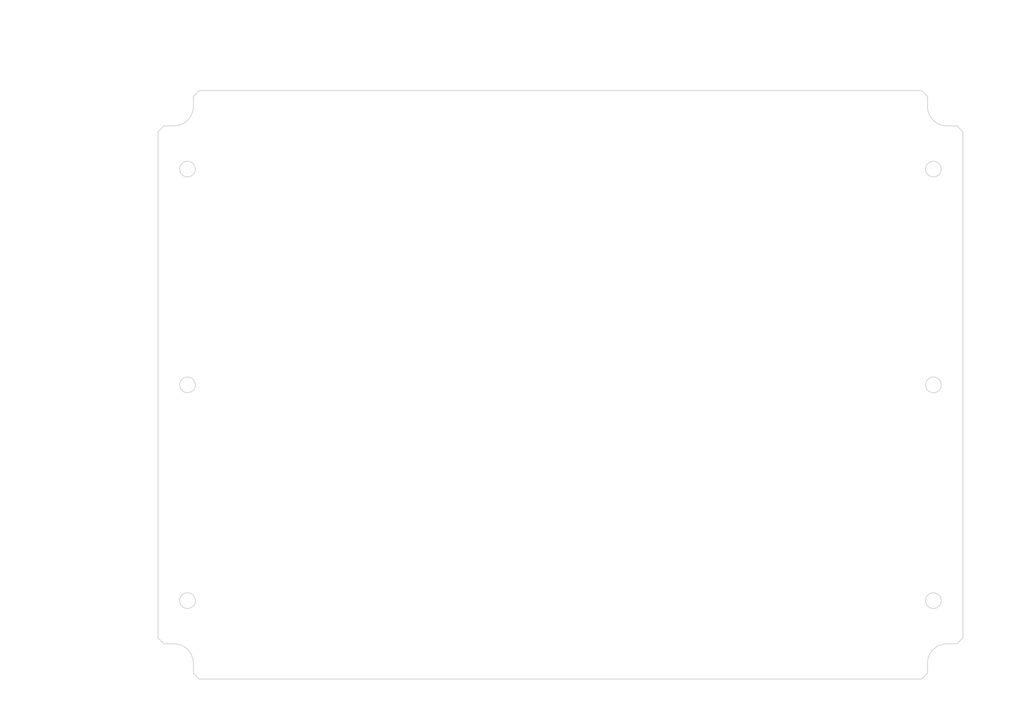
<source format=kicad_pcb>
(kicad_pcb (version 20171130) (host pcbnew "(5.1.0)-1")

  (general
    (thickness 1.6)
    (drawings 75)
    (tracks 0)
    (zones 0)
    (modules 0)
    (nets 1)
  )

  (page A3)
  (layers
    (0 F.Cu signal)
    (31 B.Cu signal)
    (32 B.Adhes user)
    (33 F.Adhes user)
    (34 B.Paste user)
    (35 F.Paste user)
    (36 B.SilkS user)
    (37 F.SilkS user)
    (38 B.Mask user)
    (39 F.Mask user)
    (40 Dwgs.User user)
    (41 Cmts.User user)
    (42 Eco1.User user)
    (43 Eco2.User user)
    (44 Edge.Cuts user)
    (45 Margin user)
    (46 B.CrtYd user)
    (47 F.CrtYd user)
    (48 B.Fab user)
    (49 F.Fab user)
  )

  (setup
    (last_trace_width 0.25)
    (trace_clearance 0.2)
    (zone_clearance 0.508)
    (zone_45_only no)
    (trace_min 0.2)
    (via_size 0.8)
    (via_drill 0.4)
    (via_min_size 0.4)
    (via_min_drill 0.3)
    (uvia_size 0.3)
    (uvia_drill 0.1)
    (uvias_allowed no)
    (uvia_min_size 0.2)
    (uvia_min_drill 0.1)
    (edge_width 0.05)
    (segment_width 0.2)
    (pcb_text_width 0.3)
    (pcb_text_size 1.5 1.5)
    (mod_edge_width 0.12)
    (mod_text_size 1 1)
    (mod_text_width 0.15)
    (pad_size 1.524 1.524)
    (pad_drill 0.762)
    (pad_to_mask_clearance 0.051)
    (solder_mask_min_width 0.25)
    (aux_axis_origin 0 0)
    (visible_elements FFFFFF7F)
    (pcbplotparams
      (layerselection 0x010fc_ffffffff)
      (usegerberextensions false)
      (usegerberattributes false)
      (usegerberadvancedattributes false)
      (creategerberjobfile false)
      (excludeedgelayer true)
      (linewidth 0.152400)
      (plotframeref false)
      (viasonmask false)
      (mode 1)
      (useauxorigin false)
      (hpglpennumber 1)
      (hpglpenspeed 20)
      (hpglpendiameter 15.000000)
      (psnegative false)
      (psa4output false)
      (plotreference true)
      (plotvalue true)
      (plotinvisibletext false)
      (padsonsilk false)
      (subtractmaskfromsilk false)
      (outputformat 1)
      (mirror false)
      (drillshape 1)
      (scaleselection 1)
      (outputdirectory ""))
  )

  (net 0 "")

  (net_class Default "This is the default net class."
    (clearance 0.2)
    (trace_width 0.25)
    (via_dia 0.8)
    (via_drill 0.4)
    (uvia_dia 0.3)
    (uvia_drill 0.1)
  )

  (gr_circle (center 106.007591 207.709883) (end 108.007591 207.709883) (layer Edge.Cuts) (width 0.2))
  (gr_circle (center 106.007591 152.709883) (end 108.007591 152.709883) (layer Edge.Cuts) (width 0.2))
  (gr_line (start 109.007591 227.709883) (end 107.507591 226.209883) (layer Edge.Cuts) (width 0.2))
  (gr_line (start 100.007591 218.709883) (end 98.507591 217.209883) (layer Edge.Cuts) (width 0.2))
  (gr_line (start 109.007591 227.709883) (end 293.007591 227.709883) (layer Edge.Cuts) (width 0.2))
  (gr_line (start 107.507591 223.709883) (end 107.507591 226.209883) (layer Edge.Cuts) (width 0.2))
  (gr_arc (start 102.507591 223.709883) (end 107.507591 223.709883) (angle -90) (layer Edge.Cuts) (width 0.2))
  (gr_line (start 100.007591 218.709883) (end 102.507591 218.709883) (layer Edge.Cuts) (width 0.2))
  (gr_line (start 98.507591 88.209883) (end 98.507591 217.209883) (layer Edge.Cuts) (width 0.2))
  (gr_circle (center 106.007591 97.709883) (end 108.007591 97.709883) (layer Edge.Cuts) (width 0.2))
  (gr_arc (start 102.507591 81.709883) (end 102.507591 86.709883) (angle -90) (layer Edge.Cuts) (width 0.2))
  (gr_line (start 107.507591 81.709883) (end 107.507591 79.209883) (layer Edge.Cuts) (width 0.2))
  (gr_line (start 107.507591 79.209883) (end 109.007591 77.709883) (layer Edge.Cuts) (width 0.2))
  (gr_line (start 109.007591 77.709883) (end 293.007591 77.709883) (layer Edge.Cuts) (width 0.2))
  (gr_line (start 100.007591 86.709883) (end 102.507591 86.709883) (layer Edge.Cuts) (width 0.2))
  (gr_line (start 98.507591 88.209883) (end 100.007591 86.709883) (layer Edge.Cuts) (width 0.2))
  (gr_arc (start 299.507591 223.709883) (end 299.507591 218.709883) (angle -90) (layer Edge.Cuts) (width 0.2))
  (gr_line (start 302.007591 218.709883) (end 299.507591 218.709883) (layer Edge.Cuts) (width 0.2))
  (gr_circle (center 296.007591 152.709883) (end 298.007591 152.709883) (layer Edge.Cuts) (width 0.2))
  (gr_circle (center 296.007591 207.709883) (end 298.007591 207.709883) (layer Edge.Cuts) (width 0.2))
  (gr_line (start 294.507591 223.709883) (end 294.507591 226.209883) (layer Edge.Cuts) (width 0.2))
  (gr_line (start 294.507591 226.209883) (end 293.007591 227.709883) (layer Edge.Cuts) (width 0.2))
  (gr_line (start 303.507591 217.209883) (end 303.507591 88.209883) (layer Edge.Cuts) (width 0.2))
  (gr_line (start 303.507591 217.209883) (end 302.007591 218.709883) (layer Edge.Cuts) (width 0.2))
  (gr_arc (start 299.507591 81.709883) (end 294.507591 81.709883) (angle -90) (layer Edge.Cuts) (width 0.2))
  (gr_circle (center 296.007591 97.709883) (end 298.007591 97.709883) (layer Edge.Cuts) (width 0.2))
  (gr_line (start 294.507591 81.709883) (end 294.507591 79.209883) (layer Edge.Cuts) (width 0.2))
  (gr_line (start 293.007591 77.709883) (end 294.507591 79.209883) (layer Edge.Cuts) (width 0.2))
  (gr_line (start 302.007591 86.709883) (end 299.507591 86.709883) (layer Edge.Cuts) (width 0.2))
  (gr_line (start 302.007591 86.709883) (end 303.507591 88.209883) (layer Edge.Cuts) (width 0.2))
  (gr_text [R0.20] (at 309.251549 232.141837) (layer Dwgs.User)
    (effects (font (size 1.7 1.53) (thickness 0.2125)))
  )
  (gr_text " R5.00" (at 309.251549 228.584401) (layer Dwgs.User)
    (effects (font (size 1.7 1.53) (thickness 0.2125)))
  )
  (gr_line (start 302.780778 230.252376) (end 298.165314 221.026919) (layer Dwgs.User) (width 0.2))
  (gr_line (start 304.780778 230.252376) (end 302.780778 230.252376) (layer Dwgs.User) (width 0.2))
  (gr_text [4.33] (at 312.339672 154.599344) (layer Dwgs.User)
    (effects (font (size 1.7 1.53) (thickness 0.2125)))
  )
  (gr_text " 110.00" (at 312.339672 151.041908) (layer Dwgs.User)
    (effects (font (size 1.7 1.53) (thickness 0.2125)))
  )
  (gr_line (start 312.339672 205.709883) (end 312.339672 156.267318) (layer Dwgs.User) (width 0.2))
  (gr_line (start 312.339672 99.709883) (end 312.339672 149.152447) (layer Dwgs.User) (width 0.2))
  (gr_line (start 297.007591 207.709883) (end 315.514672 207.709883) (layer Dwgs.User) (width 0.2))
  (gr_line (start 297.007591 97.709883) (end 315.514672 97.709883) (layer Dwgs.User) (width 0.2))
  (gr_line (start 296.007591 207.799883) (end 296.007591 207.619883) (layer Dwgs.User) (width 0.2))
  (gr_line (start 295.917591 207.709883) (end 296.097591 207.709883) (layer Dwgs.User) (width 0.2))
  (gr_text " ∅4.00\n[∅0.16]" (at 314.31387 213.917807) (layer Dwgs.User)
    (effects (font (size 1.7 1.53) (thickness 0.2125)))
  )
  (gr_line (start 307.777 213.917807) (end 299.54559 209.576045) (layer Dwgs.User) (width 0.2))
  (gr_line (start 309.777 213.917807) (end 307.777 213.917807) (layer Dwgs.User) (width 0.2))
  (gr_text [7.48] (at 201.007591 238.351162) (layer Dwgs.User)
    (effects (font (size 1.7 1.53) (thickness 0.2125)))
  )
  (gr_text " 190.00" (at 201.007591 234.793726) (layer Dwgs.User)
    (effects (font (size 1.7 1.53) (thickness 0.2125)))
  )
  (gr_line (start 294.007591 236.461701) (end 205.712605 236.461701) (layer Dwgs.User) (width 0.2))
  (gr_line (start 108.007591 236.461701) (end 196.302578 236.461701) (layer Dwgs.User) (width 0.2))
  (gr_line (start 296.007591 208.709883) (end 296.007591 239.636701) (layer Dwgs.User) (width 0.2))
  (gr_line (start 106.007591 208.709883) (end 106.007591 239.636701) (layer Dwgs.User) (width 0.2))
  (gr_text [5.20] (at 78.007591 154.599344) (layer Dwgs.User)
    (effects (font (size 1.7 1.53) (thickness 0.2125)))
  )
  (gr_text " 132.00" (at 78.007591 151.041329) (layer Dwgs.User)
    (effects (font (size 1.7 1.53) (thickness 0.2125)))
  )
  (gr_line (start 78.007591 216.709883) (end 78.007591 156.267898) (layer Dwgs.User) (width 0.2))
  (gr_line (start 78.007591 88.709883) (end 78.007591 149.151867) (layer Dwgs.User) (width 0.2))
  (gr_line (start 99.007591 218.709883) (end 74.832591 218.709883) (layer Dwgs.User) (width 0.2))
  (gr_line (start 99.007591 86.709883) (end 74.832591 86.709883) (layer Dwgs.User) (width 0.2))
  (gr_text [5.91] (at 63.007591 154.599344) (layer Dwgs.User)
    (effects (font (size 1.7 1.53) (thickness 0.2125)))
  )
  (gr_text " 150.00" (at 63.007591 151.041908) (layer Dwgs.User)
    (effects (font (size 1.7 1.53) (thickness 0.2125)))
  )
  (gr_line (start 63.007591 225.709883) (end 63.007591 156.267318) (layer Dwgs.User) (width 0.2))
  (gr_line (start 63.007591 79.709883) (end 63.007591 149.152447) (layer Dwgs.User) (width 0.2))
  (gr_line (start 108.007591 227.709883) (end 59.832591 227.709883) (layer Dwgs.User) (width 0.2))
  (gr_line (start 108.007591 77.709883) (end 59.832591 77.709883) (layer Dwgs.User) (width 0.2))
  (gr_text [7.36] (at 201.007591 72.39709) (layer Dwgs.User)
    (effects (font (size 1.7 1.53) (thickness 0.2125)))
  )
  (gr_text " 187.00" (at 201.007591 68.839655) (layer Dwgs.User)
    (effects (font (size 1.7 1.53) (thickness 0.2125)))
  )
  (gr_line (start 109.507591 70.507629) (end 196.302578 70.507629) (layer Dwgs.User) (width 0.2))
  (gr_line (start 292.507591 70.507629) (end 205.712605 70.507629) (layer Dwgs.User) (width 0.2))
  (gr_line (start 107.507591 78.209883) (end 107.507591 67.332629) (layer Dwgs.User) (width 0.2))
  (gr_line (start 294.507591 78.209883) (end 294.507591 67.332629) (layer Dwgs.User) (width 0.2))
  (gr_text [8.07] (at 201.007591 59.777647) (layer Dwgs.User)
    (effects (font (size 1.7 1.53) (thickness 0.2125)))
  )
  (gr_text " 205.00" (at 201.007591 56.220211) (layer Dwgs.User)
    (effects (font (size 1.7 1.53) (thickness 0.2125)))
  )
  (gr_line (start 301.507591 57.888185) (end 205.712605 57.888185) (layer Dwgs.User) (width 0.2))
  (gr_line (start 100.507591 57.888185) (end 196.302578 57.888185) (layer Dwgs.User) (width 0.2))
  (gr_line (start 303.507591 87.209883) (end 303.507591 54.713185) (layer Dwgs.User) (width 0.2))
  (gr_line (start 98.507591 87.209883) (end 98.507591 54.713185) (layer Dwgs.User) (width 0.2))

)

</source>
